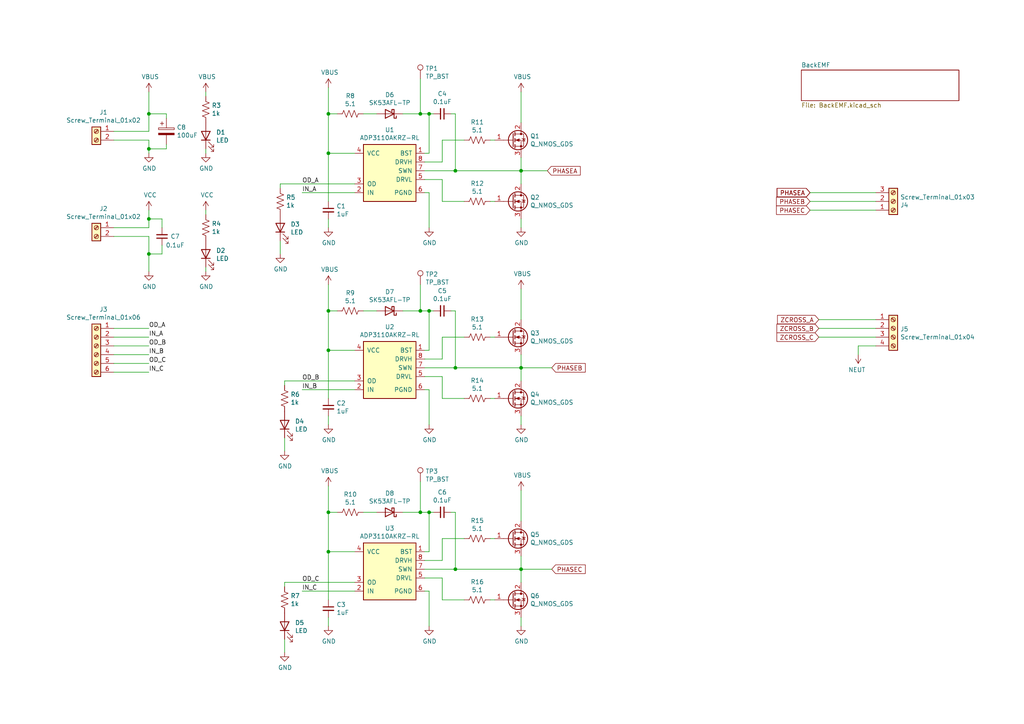
<source format=kicad_sch>
(kicad_sch (version 20211123) (generator eeschema)
  (paper "A4")
  (lib_symbols
    (symbol "Connector:Screw_Terminal_01x02" (pin_names (offset 1.016) hide)
      (property "Reference" "J" (at 0 2.54 0))
      (property "Value" "Screw_Terminal_01x02" (at 0 -5.08 0))
      (symbol "Screw_Terminal_01x02_1_1"
        (rectangle (start -1.27 1.27) (end 1.27 -3.81) (stroke (width 0.254)) (fill (type background)))
        (circle (center 0 -2.54) (radius 0.635) (stroke (width 0.1524)))
        (polyline (pts (xy -0.5334 -2.2098) (xy 0.3302 -3.048)) (stroke (width 0.1524)))
        (polyline (pts (xy -0.5334 0.3302) (xy 0.3302 -0.508)) (stroke (width 0.1524)))
        (polyline (pts (xy -0.3556 -2.032) (xy 0.508 -2.8702)) (stroke (width 0.1524)))
        (polyline (pts (xy -0.3556 0.508) (xy 0.508 -0.3302)) (stroke (width 0.1524)))
        (circle (center 0 0) (radius 0.635) (stroke (width 0.1524)))
        (pin passive line (at -5.08 0 0) (length 3.81) (name "Pin_1") (number "1"))
        (pin passive line (at -5.08 -2.54 0) (length 3.81) (name "Pin_2") (number "2"))
      )
    )
    (symbol "Connector:Screw_Terminal_01x03" (pin_names (offset 1.016) hide)
      (property "Reference" "J" (at 0 5.08 0))
      (property "Value" "Screw_Terminal_01x03" (at 0 -5.08 0))
      (symbol "Screw_Terminal_01x03_1_1"
        (rectangle (start -1.27 3.81) (end 1.27 -3.81) (stroke (width 0.254)) (fill (type background)))
        (circle (center 0 -2.54) (radius 0.635) (stroke (width 0.1524)))
        (polyline (pts (xy -0.5334 -2.2098) (xy 0.3302 -3.048)) (stroke (width 0.1524)))
        (polyline (pts (xy -0.5334 0.3302) (xy 0.3302 -0.508)) (stroke (width 0.1524)))
        (polyline (pts (xy -0.5334 2.8702) (xy 0.3302 2.032)) (stroke (width 0.1524)))
        (polyline (pts (xy -0.3556 -2.032) (xy 0.508 -2.8702)) (stroke (width 0.1524)))
        (polyline (pts (xy -0.3556 0.508) (xy 0.508 -0.3302)) (stroke (width 0.1524)))
        (polyline (pts (xy -0.3556 3.048) (xy 0.508 2.2098)) (stroke (width 0.1524)))
        (circle (center 0 0) (radius 0.635) (stroke (width 0.1524)))
        (circle (center 0 2.54) (radius 0.635) (stroke (width 0.1524)))
        (pin passive line (at -5.08 2.54 0) (length 3.81) (name "Pin_1") (number "1"))
        (pin passive line (at -5.08 0 0) (length 3.81) (name "Pin_2") (number "2"))
        (pin passive line (at -5.08 -2.54 0) (length 3.81) (name "Pin_3") (number "3"))
      )
    )
    (symbol "Connector:Screw_Terminal_01x04" (pin_names (offset 1.016) hide)
      (property "Reference" "J" (at 0 5.08 0))
      (property "Value" "Screw_Terminal_01x04" (at 0 -7.62 0))
      (symbol "Screw_Terminal_01x04_1_1"
        (rectangle (start -1.27 3.81) (end 1.27 -6.35) (stroke (width 0.254)) (fill (type background)))
        (circle (center 0 -5.08) (radius 0.635) (stroke (width 0.1524)))
        (circle (center 0 -2.54) (radius 0.635) (stroke (width 0.1524)))
        (polyline (pts (xy -0.5334 -4.7498) (xy 0.3302 -5.588)) (stroke (width 0.1524)))
        (polyline (pts (xy -0.5334 -2.2098) (xy 0.3302 -3.048)) (stroke (width 0.1524)))
        (polyline (pts (xy -0.5334 0.3302) (xy 0.3302 -0.508)) (stroke (width 0.1524)))
        (polyline (pts (xy -0.5334 2.8702) (xy 0.3302 2.032)) (stroke (width 0.1524)))
        (polyline (pts (xy -0.3556 -4.572) (xy 0.508 -5.4102)) (stroke (width 0.1524)))
        (polyline (pts (xy -0.3556 -2.032) (xy 0.508 -2.8702)) (stroke (width 0.1524)))
        (polyline (pts (xy -0.3556 0.508) (xy 0.508 -0.3302)) (stroke (width 0.1524)))
        (polyline (pts (xy -0.3556 3.048) (xy 0.508 2.2098)) (stroke (width 0.1524)))
        (circle (center 0 0) (radius 0.635) (stroke (width 0.1524)))
        (circle (center 0 2.54) (radius 0.635) (stroke (width 0.1524)))
        (pin passive line (at -5.08 2.54 0) (length 3.81) (name "Pin_1") (number "1"))
        (pin passive line (at -5.08 0 0) (length 3.81) (name "Pin_2") (number "2"))
        (pin passive line (at -5.08 -2.54 0) (length 3.81) (name "Pin_3") (number "3"))
        (pin passive line (at -5.08 -5.08 0) (length 3.81) (name "Pin_4") (number "4"))
      )
    )
    (symbol "Connector:Screw_Terminal_01x06" (pin_names (offset 1.016) hide)
      (property "Reference" "J" (at 0 7.62 0))
      (property "Value" "Screw_Terminal_01x06" (at 0 -10.16 0))
      (symbol "Screw_Terminal_01x06_1_1"
        (rectangle (start -1.27 6.35) (end 1.27 -8.89) (stroke (width 0.254)) (fill (type background)))
        (circle (center 0 -7.62) (radius 0.635) (stroke (width 0.1524)))
        (circle (center 0 -5.08) (radius 0.635) (stroke (width 0.1524)))
        (circle (center 0 -2.54) (radius 0.635) (stroke (width 0.1524)))
        (polyline (pts (xy -0.5334 -7.2898) (xy 0.3302 -8.128)) (stroke (width 0.1524)))
        (polyline (pts (xy -0.5334 -4.7498) (xy 0.3302 -5.588)) (stroke (width 0.1524)))
        (polyline (pts (xy -0.5334 -2.2098) (xy 0.3302 -3.048)) (stroke (width 0.1524)))
        (polyline (pts (xy -0.5334 0.3302) (xy 0.3302 -0.508)) (stroke (width 0.1524)))
        (polyline (pts (xy -0.5334 2.8702) (xy 0.3302 2.032)) (stroke (width 0.1524)))
        (polyline (pts (xy -0.5334 5.4102) (xy 0.3302 4.572)) (stroke (width 0.1524)))
        (polyline (pts (xy -0.3556 -7.112) (xy 0.508 -7.9502)) (stroke (width 0.1524)))
        (polyline (pts (xy -0.3556 -4.572) (xy 0.508 -5.4102)) (stroke (width 0.1524)))
        (polyline (pts (xy -0.3556 -2.032) (xy 0.508 -2.8702)) (stroke (width 0.1524)))
        (polyline (pts (xy -0.3556 0.508) (xy 0.508 -0.3302)) (stroke (width 0.1524)))
        (polyline (pts (xy -0.3556 3.048) (xy 0.508 2.2098)) (stroke (width 0.1524)))
        (polyline (pts (xy -0.3556 5.588) (xy 0.508 4.7498)) (stroke (width 0.1524)))
        (circle (center 0 0) (radius 0.635) (stroke (width 0.1524)))
        (circle (center 0 2.54) (radius 0.635) (stroke (width 0.1524)))
        (circle (center 0 5.08) (radius 0.635) (stroke (width 0.1524)))
        (pin passive line (at -5.08 5.08 0) (length 3.81) (name "Pin_1") (number "1"))
        (pin passive line (at -5.08 2.54 0) (length 3.81) (name "Pin_2") (number "2"))
        (pin passive line (at -5.08 0 0) (length 3.81) (name "Pin_3") (number "3"))
        (pin passive line (at -5.08 -2.54 0) (length 3.81) (name "Pin_4") (number "4"))
        (pin passive line (at -5.08 -5.08 0) (length 3.81) (name "Pin_5") (number "5"))
        (pin passive line (at -5.08 -7.62 0) (length 3.81) (name "Pin_6") (number "6"))
      )
    )
    (symbol "Connector:TestPoint" (pin_numbers hide) (pin_names (offset 0.762) hide)
      (property "Reference" "TP" (at 0 6.858 0))
      (property "Value" "TestPoint" (at 0 5.08 0))
      (symbol "TestPoint_0_1"
        (circle (center 0 3.302) (radius 0.762))
      )
      (symbol "TestPoint_1_1"
        (pin passive line (at 0 0 90) (length 2.54) (name "1") (number "1"))
      )
    )
    (symbol "Device:CP" (pin_numbers hide) (pin_names (offset 0.254))
      (property "Reference" "C" (at 0.635 2.54 0))
      (property "Value" "Device_CP" (at 0.635 -2.54 0))
      (symbol "CP_0_1"
        (rectangle (start -2.286 0.508) (end 2.286 1.016))
        (polyline (pts (xy -1.778 2.286) (xy -0.762 2.286)))
        (polyline (pts (xy -1.27 2.794) (xy -1.27 1.778)))
        (rectangle (start 2.286 -0.508) (end -2.286 -1.016) (fill (type outline)))
      )
      (symbol "CP_1_1"
        (pin passive line (at 0 3.81 270) (length 2.794) (name "~") (number "1"))
        (pin passive line (at 0 -3.81 90) (length 2.794) (name "~") (number "2"))
      )
    )
    (symbol "Device:C_Small" (pin_numbers hide) (pin_names (offset 0.254) hide)
      (property "Reference" "C" (at 0.254 1.778 0))
      (property "Value" "C_Small" (at 0.254 -2.032 0))
      (symbol "C_Small_0_1"
        (polyline (pts (xy -1.524 -0.508) (xy 1.524 -0.508)) (stroke (width 0.3302)))
        (polyline (pts (xy -1.524 0.508) (xy 1.524 0.508)) (stroke (width 0.3048)))
      )
      (symbol "C_Small_1_1"
        (pin passive line (at 0 2.54 270) (length 2.032) (name "~") (number "1"))
        (pin passive line (at 0 -2.54 90) (length 2.032) (name "~") (number "2"))
      )
    )
    (symbol "Device:D_Schottky" (pin_numbers hide) (pin_names (offset 1.016) hide)
      (property "Reference" "D" (at 0 2.54 0))
      (property "Value" "D_Schottky" (at 0 -2.54 0))
      (symbol "D_Schottky_0_1"
        (polyline (pts (xy 1.27 0) (xy -1.27 0)))
        (polyline (pts (xy 1.27 1.27) (xy 1.27 -1.27) (xy -1.27 0) (xy 1.27 1.27)) (stroke (width 0.254)))
        (polyline (pts (xy -1.905 0.635) (xy -1.905 1.27) (xy -1.27 1.27) (xy -1.27 -1.27) (xy -0.635 -1.27) (xy -0.635 -0.635)) (stroke (width 0.254)))
      )
      (symbol "D_Schottky_1_1"
        (pin passive line (at -3.81 0 0) (length 2.54) (name "K") (number "1"))
        (pin passive line (at 3.81 0 180) (length 2.54) (name "A") (number "2"))
      )
    )
    (symbol "Device:LED" (pin_numbers hide) (pin_names (offset 1.016) hide)
      (property "Reference" "D" (at 0 2.54 0))
      (property "Value" "LED" (at 0 -2.54 0))
      (symbol "LED_0_1"
        (polyline (pts (xy -1.27 -1.27) (xy -1.27 1.27)) (stroke (width 0.254)))
        (polyline (pts (xy -1.27 0) (xy 1.27 0)))
        (polyline (pts (xy 1.27 -1.27) (xy 1.27 1.27) (xy -1.27 0) (xy 1.27 -1.27)) (stroke (width 0.254)))
        (polyline (pts (xy -3.048 -0.762) (xy -4.572 -2.286) (xy -3.81 -2.286) (xy -4.572 -2.286) (xy -4.572 -1.524)))
        (polyline (pts (xy -1.778 -0.762) (xy -3.302 -2.286) (xy -2.54 -2.286) (xy -3.302 -2.286) (xy -3.302 -1.524)))
      )
      (symbol "LED_1_1"
        (pin passive line (at -3.81 0 0) (length 2.54) (name "K") (number "1"))
        (pin passive line (at 3.81 0 180) (length 2.54) (name "A") (number "2"))
      )
    )
    (symbol "Device:Q_NMOS_GDS" (pin_names (offset 0) hide)
      (property "Reference" "Q" (at 5.08 1.27 0))
      (property "Value" "Q_NMOS_GDS" (at 5.08 -1.27 0))
      (symbol "Q_NMOS_GDS_0_1"
        (polyline (pts (xy 0.254 0) (xy -2.54 0)))
        (polyline (pts (xy 0.254 1.905) (xy 0.254 -1.905)) (stroke (width 0.254)))
        (polyline (pts (xy 0.762 -1.27) (xy 0.762 -2.286)) (stroke (width 0.254)))
        (polyline (pts (xy 0.762 0.508) (xy 0.762 -0.508)) (stroke (width 0.254)))
        (polyline (pts (xy 0.762 2.286) (xy 0.762 1.27)) (stroke (width 0.254)))
        (polyline (pts (xy 2.54 2.54) (xy 2.54 1.778)))
        (polyline (pts (xy 2.54 -2.54) (xy 2.54 0) (xy 0.762 0)))
        (polyline (pts (xy 0.762 -1.778) (xy 3.302 -1.778) (xy 3.302 1.778) (xy 0.762 1.778)))
        (polyline (pts (xy 1.016 0) (xy 2.032 0.381) (xy 2.032 -0.381) (xy 1.016 0)) (fill (type outline)))
        (polyline (pts (xy 2.794 0.508) (xy 2.921 0.381) (xy 3.683 0.381) (xy 3.81 0.254)))
        (polyline (pts (xy 3.302 0.381) (xy 2.921 -0.254) (xy 3.683 -0.254) (xy 3.302 0.381)))
        (circle (center 1.651 0) (radius 2.794) (stroke (width 0.254)))
        (circle (center 2.54 -1.778) (radius 0.254) (fill (type outline)))
        (circle (center 2.54 1.778) (radius 0.254) (fill (type outline)))
      )
      (symbol "Q_NMOS_GDS_1_1"
        (pin input line (at -5.08 0 0) (length 2.54) (name "G") (number "1"))
        (pin passive line (at 2.54 5.08 270) (length 2.54) (name "D") (number "2"))
        (pin passive line (at 2.54 -5.08 90) (length 2.54) (name "S") (number "3"))
      )
    )
    (symbol "Device:R_US" (pin_numbers hide) (pin_names (offset 0))
      (property "Reference" "R" (at 2.54 0 90))
      (property "Value" "R_US" (at -2.54 0 90))
      (symbol "R_US_0_1"
        (polyline (pts (xy 0 -2.286) (xy 0 -2.54)))
        (polyline (pts (xy 0 2.286) (xy 0 2.54)))
        (polyline (pts (xy 0 -0.762) (xy 1.016 -1.143) (xy 0 -1.524) (xy -1.016 -1.905) (xy 0 -2.286)))
        (polyline (pts (xy 0 0.762) (xy 1.016 0.381) (xy 0 0) (xy -1.016 -0.381) (xy 0 -0.762)))
        (polyline (pts (xy 0 2.286) (xy 1.016 1.905) (xy 0 1.524) (xy -1.016 1.143) (xy 0 0.762)))
      )
      (symbol "R_US_1_1"
        (pin passive line (at 0 3.81 270) (length 1.27) (name "~") (number "1"))
        (pin passive line (at 0 -3.81 90) (length 1.27) (name "~") (number "2"))
      )
    )
    (symbol "Kale_Custom:ADP3110AKRZ-RL" (pin_names (offset 1.016))
      (property "Reference" "U" (at -6.35 7.62 0))
      (property "Value" "Kale_Custom_ADP3110AKRZ-RL" (at 1.27 -11.43 0))
      (symbol "ADP3110AKRZ-RL_1_1"
        (rectangle (start -7.62 6.35) (end 7.62 -10.16) (stroke (width 0.254)) (fill (type background)))
        (pin unspecified line (at 10.16 3.81 180) (length 2.54) (name "BST") (number "1"))
        (pin input line (at -10.16 -7.62 0) (length 2.54) (name "IN") (number "2"))
        (pin input line (at -10.16 -5.08 0) (length 2.54) (name "OD") (number "3"))
        (pin power_in line (at -10.16 3.81 0) (length 2.54) (name "VCC") (number "4"))
        (pin output line (at 10.16 -3.81 180) (length 2.54) (name "DRVL") (number "5"))
        (pin power_out line (at 10.16 -7.62 180) (length 2.54) (name "PGND") (number "6"))
        (pin unspecified line (at 10.16 -1.27 180) (length 2.54) (name "SWN") (number "7"))
        (pin output line (at 10.16 1.27 180) (length 2.54) (name "DRVH") (number "8"))
      )
    )
    (symbol "power:GND" (power) (pin_names (offset 0))
      (property "Value" "GND" (at 0 -3.81 0))
      (symbol "GND_0_1"
        (polyline (pts (xy 0 0) (xy 0 -1.27) (xy 1.27 -1.27) (xy 0 -2.54) (xy -1.27 -1.27) (xy 0 -1.27)))
      )
      (symbol "GND_1_1"
        (pin power_in line (at 0 0 270) (length 0) hide (name "GND") (number "1"))
      )
    )
    (symbol "power:NEUT" (power) (pin_names (offset 0))
      (property "Value" "NEUT" (at 0 3.81 0))
      (symbol "NEUT_0_1"
        (polyline (pts (xy -0.762 1.27) (xy 0 2.54)))
        (polyline (pts (xy 0 0) (xy 0 2.54)))
        (polyline (pts (xy 0 2.54) (xy 0.762 1.27)))
      )
      (symbol "NEUT_1_1"
        (pin power_in line (at 0 0 90) (length 0) hide (name "NEUT") (number "1"))
      )
    )
    (symbol "power:VBUS" (power) (pin_names (offset 0))
      (property "Value" "VBUS" (at 0 3.81 0))
      (symbol "VBUS_0_1"
        (polyline (pts (xy -0.762 1.27) (xy 0 2.54)))
        (polyline (pts (xy 0 0) (xy 0 2.54)))
        (polyline (pts (xy 0 2.54) (xy 0.762 1.27)))
      )
      (symbol "VBUS_1_1"
        (pin power_in line (at 0 0 90) (length 0) hide (name "VBUS") (number "1"))
      )
    )
    (symbol "power:VCC" (power) (pin_names (offset 0))
      (property "Value" "VCC" (at 0 3.81 0))
      (symbol "VCC_0_1"
        (polyline (pts (xy -0.762 1.27) (xy 0 2.54)))
        (polyline (pts (xy 0 0) (xy 0 2.54)))
        (polyline (pts (xy 0 2.54) (xy 0.762 1.27)))
      )
      (symbol "VCC_1_1"
        (pin power_in line (at 0 0 90) (length 0) hide (name "VCC") (number "1"))
      )
    )
  )
  (junction (at 132.08 106.68))
  (junction (at 151.13 165.1))
  (junction (at 151.13 106.68))
  (junction (at 132.08 165.1))
  (junction (at 43.18 33.02))
  (junction (at 124.46 90.17))
  (junction (at 95.25 90.17))
  (junction (at 95.25 148.59))
  (junction (at 132.08 49.53))
  (junction (at 124.46 33.02))
  (junction (at 151.13 49.53))
  (junction (at 121.92 148.59))
  (junction (at 124.46 148.59))
  (junction (at 43.18 43.18))
  (junction (at 95.25 160.02))
  (junction (at 95.25 101.6))
  (junction (at 43.18 73.66))
  (junction (at 121.92 33.02))
  (junction (at 95.25 44.45))
  (junction (at 121.92 90.17))
  (junction (at 43.18 63.5))
  (junction (at 95.25 33.02))
  (wire (pts (xy 95.25 66.04) (xy 95.25 63.5)))
  (wire (pts (xy 124.46 90.17) (xy 125.73 90.17)))
  (wire (pts (xy 43.18 100.33) (xy 33.02 100.33)))
  (wire (pts (xy 95.25 44.45) (xy 102.87 44.45)))
  (wire (pts (xy 105.41 33.02) (xy 109.22 33.02)))
  (wire (pts (xy 95.25 181.61) (xy 95.25 179.07)))
  (wire (pts (xy 95.25 25.4) (xy 95.25 33.02)))
  (wire (pts (xy 121.92 90.17) (xy 124.46 90.17)))
  (wire (pts (xy 97.79 33.02) (xy 95.25 33.02)))
  (wire (pts (xy 128.27 104.14) (xy 128.27 97.79)))
  (wire (pts (xy 151.13 83.82) (xy 151.13 92.71)))
  (wire (pts (xy 132.08 33.02) (xy 132.08 49.53)))
  (wire (pts (xy 43.18 33.02) (xy 48.26 33.02)))
  (wire (pts (xy 116.84 33.02) (xy 121.92 33.02)))
  (wire (pts (xy 116.84 90.17) (xy 121.92 90.17)))
  (wire (pts (xy 151.13 181.61) (xy 151.13 179.07)))
  (wire (pts (xy 128.27 162.56) (xy 128.27 156.21)))
  (wire (pts (xy 128.27 97.79) (xy 134.62 97.79)))
  (wire (pts (xy 95.25 82.55) (xy 95.25 90.17)))
  (wire (pts (xy 48.26 43.18) (xy 48.26 41.91)))
  (wire (pts (xy 102.87 55.88) (xy 87.63 55.88)))
  (wire (pts (xy 237.49 92.71) (xy 254 92.71)))
  (wire (pts (xy 151.13 106.68) (xy 151.13 110.49)))
  (wire (pts (xy 124.46 55.88) (xy 123.19 55.88)))
  (wire (pts (xy 124.46 171.45) (xy 123.19 171.45)))
  (wire (pts (xy 43.18 66.04) (xy 33.02 66.04)))
  (wire (pts (xy 43.18 60.96) (xy 43.18 63.5)))
  (wire (pts (xy 123.19 46.99) (xy 128.27 46.99)))
  (wire (pts (xy 142.24 97.79) (xy 143.51 97.79)))
  (wire (pts (xy 43.18 68.58) (xy 33.02 68.58)))
  (wire (pts (xy 43.18 40.64) (xy 33.02 40.64)))
  (wire (pts (xy 43.18 33.02) (xy 43.18 26.67)))
  (wire (pts (xy 128.27 156.21) (xy 134.62 156.21)))
  (wire (pts (xy 151.13 26.67) (xy 151.13 35.56)))
  (wire (pts (xy 132.08 90.17) (xy 132.08 106.68)))
  (wire (pts (xy 59.69 27.94) (xy 59.69 26.67)))
  (wire (pts (xy 121.92 22.86) (xy 121.92 33.02)))
  (wire (pts (xy 237.49 97.79) (xy 254 97.79)))
  (wire (pts (xy 158.75 49.53) (xy 151.13 49.53)))
  (wire (pts (xy 59.69 78.74) (xy 59.69 77.47)))
  (wire (pts (xy 130.81 148.59) (xy 132.08 148.59)))
  (wire (pts (xy 97.79 90.17) (xy 95.25 90.17)))
  (wire (pts (xy 82.55 168.91) (xy 102.87 168.91)))
  (wire (pts (xy 234.95 60.96) (xy 254 60.96)))
  (wire (pts (xy 123.19 104.14) (xy 128.27 104.14)))
  (wire (pts (xy 132.08 148.59) (xy 132.08 165.1)))
  (wire (pts (xy 128.27 46.99) (xy 128.27 40.64)))
  (wire (pts (xy 151.13 142.24) (xy 151.13 151.13)))
  (wire (pts (xy 128.27 40.64) (xy 134.62 40.64)))
  (wire (pts (xy 82.55 170.18) (xy 82.55 168.91)))
  (wire (pts (xy 124.46 148.59) (xy 124.46 160.02)))
  (wire (pts (xy 123.19 165.1) (xy 132.08 165.1)))
  (wire (pts (xy 128.27 115.57) (xy 134.62 115.57)))
  (wire (pts (xy 105.41 90.17) (xy 109.22 90.17)))
  (wire (pts (xy 82.55 110.49) (xy 102.87 110.49)))
  (wire (pts (xy 116.84 148.59) (xy 121.92 148.59)))
  (wire (pts (xy 128.27 167.64) (xy 128.27 173.99)))
  (wire (pts (xy 43.18 44.45) (xy 43.18 43.18)))
  (wire (pts (xy 102.87 113.03) (xy 87.63 113.03)))
  (wire (pts (xy 132.08 165.1) (xy 151.13 165.1)))
  (wire (pts (xy 121.92 148.59) (xy 124.46 148.59)))
  (wire (pts (xy 43.18 107.95) (xy 33.02 107.95)))
  (wire (pts (xy 43.18 43.18) (xy 48.26 43.18)))
  (wire (pts (xy 81.28 73.66) (xy 81.28 69.85)))
  (wire (pts (xy 33.02 38.1) (xy 43.18 38.1)))
  (wire (pts (xy 97.79 148.59) (xy 95.25 148.59)))
  (wire (pts (xy 43.18 95.25) (xy 33.02 95.25)))
  (wire (pts (xy 123.19 167.64) (xy 128.27 167.64)))
  (wire (pts (xy 248.92 102.87) (xy 248.92 100.33)))
  (wire (pts (xy 151.13 66.04) (xy 151.13 63.5)))
  (wire (pts (xy 123.19 109.22) (xy 128.27 109.22)))
  (wire (pts (xy 95.25 160.02) (xy 102.87 160.02)))
  (wire (pts (xy 124.46 160.02) (xy 123.19 160.02)))
  (wire (pts (xy 33.02 102.87) (xy 43.18 102.87)))
  (wire (pts (xy 43.18 73.66) (xy 46.99 73.66)))
  (wire (pts (xy 124.46 101.6) (xy 123.19 101.6)))
  (wire (pts (xy 95.25 58.42) (xy 95.25 44.45)))
  (wire (pts (xy 82.55 111.76) (xy 82.55 110.49)))
  (wire (pts (xy 142.24 58.42) (xy 143.51 58.42)))
  (wire (pts (xy 124.46 33.02) (xy 125.73 33.02)))
  (wire (pts (xy 43.18 43.18) (xy 43.18 40.64)))
  (wire (pts (xy 81.28 53.34) (xy 102.87 53.34)))
  (wire (pts (xy 123.19 49.53) (xy 132.08 49.53)))
  (wire (pts (xy 160.02 165.1) (xy 151.13 165.1)))
  (wire (pts (xy 102.87 171.45) (xy 87.63 171.45)))
  (wire (pts (xy 128.27 58.42) (xy 134.62 58.42)))
  (wire (pts (xy 151.13 49.53) (xy 151.13 53.34)))
  (wire (pts (xy 46.99 73.66) (xy 46.99 71.12)))
  (wire (pts (xy 123.19 106.68) (xy 132.08 106.68)))
  (wire (pts (xy 43.18 73.66) (xy 43.18 68.58)))
  (wire (pts (xy 43.18 63.5) (xy 43.18 66.04)))
  (wire (pts (xy 43.18 105.41) (xy 33.02 105.41)))
  (wire (pts (xy 160.02 106.68) (xy 151.13 106.68)))
  (wire (pts (xy 43.18 78.74) (xy 43.18 73.66)))
  (wire (pts (xy 132.08 106.68) (xy 151.13 106.68)))
  (wire (pts (xy 151.13 123.19) (xy 151.13 120.65)))
  (wire (pts (xy 123.19 52.07) (xy 128.27 52.07)))
  (wire (pts (xy 95.25 115.57) (xy 95.25 101.6)))
  (wire (pts (xy 95.25 123.19) (xy 95.25 120.65)))
  (wire (pts (xy 130.81 90.17) (xy 132.08 90.17)))
  (wire (pts (xy 124.46 33.02) (xy 124.46 44.45)))
  (wire (pts (xy 124.46 90.17) (xy 124.46 101.6)))
  (wire (pts (xy 46.99 66.04) (xy 46.99 63.5)))
  (wire (pts (xy 142.24 173.99) (xy 143.51 173.99)))
  (wire (pts (xy 128.27 173.99) (xy 134.62 173.99)))
  (wire (pts (xy 59.69 62.23) (xy 59.69 60.96)))
  (wire (pts (xy 234.95 58.42) (xy 254 58.42)))
  (wire (pts (xy 33.02 97.79) (xy 43.18 97.79)))
  (wire (pts (xy 124.46 113.03) (xy 123.19 113.03)))
  (wire (pts (xy 59.69 44.45) (xy 59.69 43.18)))
  (wire (pts (xy 132.08 49.53) (xy 151.13 49.53)))
  (wire (pts (xy 142.24 40.64) (xy 143.51 40.64)))
  (wire (pts (xy 128.27 109.22) (xy 128.27 115.57)))
  (wire (pts (xy 142.24 115.57) (xy 143.51 115.57)))
  (wire (pts (xy 46.99 63.5) (xy 43.18 63.5)))
  (wire (pts (xy 123.19 162.56) (xy 128.27 162.56)))
  (wire (pts (xy 124.46 181.61) (xy 124.46 171.45)))
  (wire (pts (xy 105.41 148.59) (xy 109.22 148.59)))
  (wire (pts (xy 128.27 52.07) (xy 128.27 58.42)))
  (wire (pts (xy 95.25 173.99) (xy 95.25 160.02)))
  (wire (pts (xy 95.25 148.59) (xy 95.25 160.02)))
  (wire (pts (xy 124.46 44.45) (xy 123.19 44.45)))
  (wire (pts (xy 142.24 156.21) (xy 143.51 156.21)))
  (wire (pts (xy 95.25 140.97) (xy 95.25 148.59)))
  (wire (pts (xy 151.13 45.72) (xy 151.13 49.53)))
  (wire (pts (xy 124.46 66.04) (xy 124.46 55.88)))
  (wire (pts (xy 82.55 189.23) (xy 82.55 185.42)))
  (wire (pts (xy 95.25 90.17) (xy 95.25 101.6)))
  (wire (pts (xy 95.25 33.02) (xy 95.25 44.45)))
  (wire (pts (xy 95.25 101.6) (xy 102.87 101.6)))
  (wire (pts (xy 121.92 82.55) (xy 121.92 90.17)))
  (wire (pts (xy 151.13 165.1) (xy 151.13 168.91)))
  (wire (pts (xy 151.13 161.29) (xy 151.13 165.1)))
  (wire (pts (xy 234.95 55.88) (xy 254 55.88)))
  (wire (pts (xy 130.81 33.02) (xy 132.08 33.02)))
  (wire (pts (xy 237.49 95.25) (xy 254 95.25)))
  (wire (pts (xy 151.13 102.87) (xy 151.13 106.68)))
  (wire (pts (xy 43.18 38.1) (xy 43.18 33.02)))
  (wire (pts (xy 48.26 33.02) (xy 48.26 34.29)))
  (wire (pts (xy 82.55 130.81) (xy 82.55 127)))
  (wire (pts (xy 248.92 100.33) (xy 254 100.33)))
  (wire (pts (xy 81.28 54.61) (xy 81.28 53.34)))
  (wire (pts (xy 121.92 139.7) (xy 121.92 148.59)))
  (wire (pts (xy 124.46 148.59) (xy 125.73 148.59)))
  (wire (pts (xy 124.46 123.19) (xy 124.46 113.03)))
  (wire (pts (xy 121.92 33.02) (xy 124.46 33.02)))
  (label "OD_B" (at 43.18 100.33 0))
  (label "OD_A" (at 87.63 53.34 0))
  (label "IN_A" (at 87.63 55.88 0))
  (label "IN_C" (at 43.18 107.95 0))
  (label "OD_B" (at 87.63 110.49 0))
  (label "IN_B" (at 43.18 102.87 0))
  (label "OD_C" (at 87.63 168.91 0))
  (label "IN_A" (at 43.18 97.79 0))
  (label "IN_B" (at 87.63 113.03 0))
  (label "OD_A" (at 43.18 95.25 0))
  (label "IN_C" (at 87.63 171.45 0))
  (label "OD_C" (at 43.18 105.41 0))
  (global_label "PHASEB" (shape input) (at 234.95 58.42 180) (property "Intersheet References" "${INTERSHEET_REFS}" (effects hide)))
  (global_label "PHASEC" (shape input) (at 234.95 60.96 180) (property "Intersheet References" "${INTERSHEET_REFS}" (effects hide)))
  (global_label "PHASEA" (shape input) (at 158.75 49.53 0) (property "Intersheet References" "${INTERSHEET_REFS}" (effects hide)))
  (global_label "PHASEB" (shape input) (at 160.02 106.68 0) (property "Intersheet References" "${INTERSHEET_REFS}" (effects hide)))
  (global_label "ZCROSS_A" (shape input) (at 237.49 92.71 180) (property "Intersheet References" "${INTERSHEET_REFS}" (effects hide)))
  (global_label "ZCROSS_B" (shape input) (at 237.49 95.25 180) (property "Intersheet References" "${INTERSHEET_REFS}" (effects hide)))
  (global_label "PHASEA" (shape input) (at 234.95 55.88 180) (property "Intersheet References" "${INTERSHEET_REFS}" (effects hide)))
  (global_label "PHASEA" (shape input) (at 234.95 55.88 180) (property "Intersheet References" "${INTERSHEET_REFS}" (effects hide)))
  (global_label "ZCROSS_C" (shape input) (at 237.49 97.79 180) (property "Intersheet References" "${INTERSHEET_REFS}" (effects hide)))
  (global_label "PHASEC" (shape input) (at 160.02 165.1 0) (property "Intersheet References" "${INTERSHEET_REFS}" (effects hide)))
  (symbol (lib_id "Connector:Screw_Terminal_01x03") (at 259.08 58.42 0) (mirror x) (unit 1)
    (property "Reference" "J4" (at 261.112 59.4868 0) (effects (justify left)))
    (property "Value" "Screw_Terminal_01x03" (at 261.112 57.1754 0) (effects (justify left)))
    (property "Footprint" "TerminalBlock_Phoenix:TerminalBlock_Phoenix_MKDS-1,5-3_1x03_P5.00mm_Horizontal" (effects hide))
    (property "Digikey Number" "277-1578-ND" (effects hide))
  )
  (symbol (lib_id "Kale_Custom:ADP3110AKRZ-RL") (at 113.03 48.26 0) (unit 1)
    (property "Reference" "U1" (at 113.03 37.6682 0))
    (property "Value" "ADP3110AKRZ-RL" (at 113.03 39.9796 0))
    (property "Footprint" "Package_SO:SOIC-8_3.9x4.9mm_P1.27mm" (effects hide))
    (property "Digikey Number" "ADP3110AKRZ-RLOSCT-ND" (effects hide))
  )
  (symbol (lib_id "power:GND") (at 124.46 66.04 0) (unit 1)
    (property "Reference" "#PWR018" (effects hide))
    (property "Value" "GND" (at 124.587 70.4342 0))
  )
  (symbol (lib_id "power:GND") (at 151.13 66.04 0) (unit 1)
    (property "Reference" "#PWR022" (effects hide))
    (property "Value" "GND" (at 151.257 70.4342 0))
  )
  (symbol (lib_id "Device:C_Small") (at 95.25 60.96 0) (unit 1)
    (property "Reference" "C1" (at 97.5868 59.7916 0) (effects (justify left)))
    (property "Value" "1uF" (at 97.5868 62.103 0) (effects (justify left)))
    (property "Footprint" "Capacitor_SMD:C_0603_1608Metric_Pad1.08x0.95mm_HandSolder" (effects hide))
    (property "Digikey Number" "445-12561-1-ND" (effects hide))
  )
  (symbol (lib_id "power:GND") (at 95.25 66.04 0) (unit 1)
    (property "Reference" "#PWR013" (effects hide))
    (property "Value" "GND" (at 95.377 70.4342 0))
  )
  (symbol (lib_id "Device:C_Small") (at 128.27 33.02 270) (unit 1)
    (property "Reference" "C4" (at 128.27 27.2034 90))
    (property "Value" "0.1uF" (at 128.27 29.5148 90))
    (property "Footprint" "Capacitor_SMD:C_0603_1608Metric_Pad1.08x0.95mm_HandSolder" (effects hide))
    (property "Digikey Number" "478-12459-1-ND" (effects hide))
  )
  (symbol (lib_id "Device:D_Schottky") (at 113.03 33.02 180) (unit 1)
    (property "Reference" "D6" (at 113.03 27.5082 0))
    (property "Value" "SK53AFL-TP" (at 113.03 29.8196 0))
    (property "Footprint" "KaleCustom:SK53AFL" (effects hide))
    (property "Digikey Number" "SK53AFL-TPMSCT-ND" (effects hide))
  )
  (symbol (lib_id "power:VBUS") (at 95.25 25.4 0) (unit 1)
    (property "Reference" "#PWR012" (effects hide))
    (property "Value" "VBUS" (at 95.631 21.0058 0))
  )
  (symbol (lib_id "power:VBUS") (at 151.13 26.67 0) (unit 1)
    (property "Reference" "#PWR021" (effects hide))
    (property "Value" "VBUS" (at 151.511 22.2758 0))
  )
  (symbol (lib_id "Device:R_US") (at 101.6 33.02 270) (unit 1)
    (property "Reference" "R8" (at 101.6 27.813 90))
    (property "Value" "5.1" (at 101.6 30.1244 90))
    (property "Footprint" "Resistor_SMD:R_0805_2012Metric_Pad1.20x1.40mm_HandSolder" (effects hide))
    (property "Digikey Number" "RMCF0805FT5R10CT-ND" (effects hide))
  )
  (symbol (lib_id "Device:R_US") (at 138.43 40.64 270) (unit 1)
    (property "Reference" "R11" (at 138.43 35.433 90))
    (property "Value" "5.1" (at 138.43 37.7444 90))
    (property "Footprint" "Resistor_SMD:R_0805_2012Metric_Pad1.20x1.40mm_HandSolder" (effects hide))
    (property "Digikey Number" "RMCF0805FT5R10CT-ND" (effects hide))
  )
  (symbol (lib_id "Connector:Screw_Terminal_01x04") (at 259.08 95.25 0) (unit 1)
    (property "Reference" "J5" (at 261.112 95.4532 0) (effects (justify left)))
    (property "Value" "Screw_Terminal_01x04" (at 261.112 97.7646 0) (effects (justify left)))
    (property "Footprint" "Connector_PinHeader_2.54mm:PinHeader_1x04_P2.54mm_Vertical" (effects hide))
  )
  (symbol (lib_id "Device:R_US") (at 138.43 58.42 270) (unit 1)
    (property "Reference" "R12" (at 138.43 53.213 90))
    (property "Value" "5.1" (at 138.43 55.5244 90))
    (property "Footprint" "Resistor_SMD:R_0805_2012Metric_Pad1.20x1.40mm_HandSolder" (effects hide))
    (property "Digikey Number" "RMCF0805FT5R10CT-ND" (effects hide))
  )
  (symbol (lib_id "power:VCC") (at 59.69 60.96 0) (unit 1)
    (property "Reference" "#PWR0101" (effects hide))
    (property "Value" "VCC" (at 60.071 56.5658 0))
  )
  (symbol (lib_id "power:NEUT") (at 248.92 102.87 180) (unit 1)
    (property "Reference" "#PWR0102" (effects hide))
    (property "Value" "NEUT" (at 248.539 107.2642 0))
  )
  (symbol (lib_id "Device:R_US") (at 138.43 115.57 270) (unit 1)
    (property "Reference" "R14" (at 138.43 110.363 90))
    (property "Value" "5.1" (at 138.43 112.6744 90))
    (property "Footprint" "Resistor_SMD:R_0805_2012Metric_Pad1.20x1.40mm_HandSolder" (effects hide))
    (property "Digikey Number" "RMCF0805FT5R10CT-ND" (effects hide))
  )
  (symbol (lib_id "Device:R_US") (at 138.43 97.79 270) (unit 1)
    (property "Reference" "R13" (at 138.43 92.583 90))
    (property "Value" "5.1" (at 138.43 94.8944 90))
    (property "Footprint" "Resistor_SMD:R_0805_2012Metric_Pad1.20x1.40mm_HandSolder" (effects hide))
    (property "Digikey Number" "RMCF0805FT5R10CT-ND" (effects hide))
  )
  (symbol (lib_id "Device:R_US") (at 101.6 90.17 270) (unit 1)
    (property "Reference" "R9" (at 101.6 84.963 90))
    (property "Value" "5.1" (at 101.6 87.2744 90))
    (property "Footprint" "Resistor_SMD:R_0805_2012Metric_Pad1.20x1.40mm_HandSolder" (effects hide))
    (property "Digikey Number" "RMCF0805FT5R10CT-ND" (effects hide))
  )
  (symbol (lib_id "power:VBUS") (at 151.13 83.82 0) (unit 1)
    (property "Reference" "#PWR023" (effects hide))
    (property "Value" "VBUS" (at 151.511 79.4258 0))
  )
  (symbol (lib_id "power:VBUS") (at 95.25 82.55 0) (unit 1)
    (property "Reference" "#PWR014" (effects hide))
    (property "Value" "VBUS" (at 95.631 78.1558 0))
  )
  (symbol (lib_id "Device:D_Schottky") (at 113.03 90.17 180) (unit 1)
    (property "Reference" "D7" (at 113.03 84.6582 0))
    (property "Value" "SK53AFL-TP" (at 113.03 86.9696 0))
    (property "Footprint" "KaleCustom:SK53AFL" (effects hide))
    (property "Digikey Number" "SK53AFL-TPMSCT-ND" (effects hide))
  )
  (symbol (lib_id "Device:C_Small") (at 128.27 90.17 270) (unit 1)
    (property "Reference" "C5" (at 128.27 84.3534 90))
    (property "Value" "0.1uF" (at 128.27 86.6648 90))
    (property "Footprint" "Capacitor_SMD:C_0603_1608Metric_Pad1.08x0.95mm_HandSolder" (effects hide))
    (property "Digikey Number" "478-12459-1-ND" (effects hide))
  )
  (symbol (lib_id "power:GND") (at 95.25 123.19 0) (unit 1)
    (property "Reference" "#PWR015" (effects hide))
    (property "Value" "GND" (at 95.377 127.5842 0))
  )
  (symbol (lib_id "Device:C_Small") (at 95.25 118.11 0) (unit 1)
    (property "Reference" "C2" (at 97.5868 116.9416 0) (effects (justify left)))
    (property "Value" "1uF" (at 97.5868 119.253 0) (effects (justify left)))
    (property "Footprint" "Capacitor_SMD:C_0603_1608Metric_Pad1.08x0.95mm_HandSolder" (effects hide))
    (property "Digikey Number" "445-12561-1-ND" (effects hide))
  )
  (symbol (lib_id "power:GND") (at 151.13 123.19 0) (unit 1)
    (property "Reference" "#PWR024" (effects hide))
    (property "Value" "GND" (at 151.257 127.5842 0))
  )
  (symbol (lib_id "power:GND") (at 124.46 123.19 0) (unit 1)
    (property "Reference" "#PWR019" (effects hide))
    (property "Value" "GND" (at 124.587 127.5842 0))
  )
  (symbol (lib_id "Kale_Custom:ADP3110AKRZ-RL") (at 113.03 105.41 0) (unit 1)
    (property "Reference" "U2" (at 113.03 94.8182 0))
    (property "Value" "ADP3110AKRZ-RL" (at 113.03 97.1296 0))
    (property "Footprint" "Package_SO:SOIC-8_3.9x4.9mm_P1.27mm" (effects hide))
    (property "Digikey Number" "ADP3110AKRZ-RLOSCT-ND" (effects hide))
  )
  (symbol (lib_id "Device:R_US") (at 138.43 173.99 270) (unit 1)
    (property "Reference" "R16" (at 138.43 168.783 90))
    (property "Value" "5.1" (at 138.43 171.0944 90))
    (property "Footprint" "Resistor_SMD:R_0805_2012Metric_Pad1.20x1.40mm_HandSolder" (effects hide))
    (property "Digikey Number" "RMCF0805FT5R10CT-ND" (effects hide))
  )
  (symbol (lib_id "Device:R_US") (at 138.43 156.21 270) (unit 1)
    (property "Reference" "R15" (at 138.43 151.003 90))
    (property "Value" "5.1" (at 138.43 153.3144 90))
    (property "Footprint" "Resistor_SMD:R_0805_2012Metric_Pad1.20x1.40mm_HandSolder" (effects hide))
    (property "Digikey Number" "RMCF0805FT5R10CT-ND" (effects hide))
  )
  (symbol (lib_id "Device:R_US") (at 101.6 148.59 270) (unit 1)
    (property "Reference" "R10" (at 101.6 143.383 90))
    (property "Value" "5.1" (at 101.6 145.6944 90))
    (property "Footprint" "Resistor_SMD:R_0805_2012Metric_Pad1.20x1.40mm_HandSolder" (effects hide))
    (property "Digikey Number" "RMCF0805FT5R10CT-ND" (effects hide))
  )
  (symbol (lib_id "power:VBUS") (at 151.13 142.24 0) (unit 1)
    (property "Reference" "#PWR025" (effects hide))
    (property "Value" "VBUS" (at 151.511 137.8458 0))
  )
  (symbol (lib_id "power:VBUS") (at 95.25 140.97 0) (unit 1)
    (property "Reference" "#PWR016" (effects hide))
    (property "Value" "VBUS" (at 95.631 136.5758 0))
  )
  (symbol (lib_id "Device:D_Schottky") (at 113.03 148.59 180) (unit 1)
    (property "Reference" "D8" (at 113.03 143.0782 0))
    (property "Value" "SK53AFL-TP" (at 113.03 145.3896 0))
    (property "Footprint" "KaleCustom:SK53AFL" (effects hide))
    (property "Digikey Number" "SK53AFL-TPMSCT-ND" (effects hide))
  )
  (symbol (lib_id "Device:C_Small") (at 128.27 148.59 270) (unit 1)
    (property "Reference" "C6" (at 128.27 142.7734 90))
    (property "Value" "0.1uF" (at 128.27 145.0848 90))
    (property "Footprint" "Capacitor_SMD:C_0603_1608Metric_Pad1.08x0.95mm_HandSolder" (effects hide))
    (property "Digikey Number" "478-12459-1-ND" (effects hide))
  )
  (symbol (lib_id "power:GND") (at 95.25 181.61 0) (unit 1)
    (property "Reference" "#PWR017" (effects hide))
    (property "Value" "GND" (at 95.377 186.0042 0))
  )
  (symbol (lib_id "Device:C_Small") (at 95.25 176.53 0) (unit 1)
    (property "Reference" "C3" (at 97.5868 175.3616 0) (effects (justify left)))
    (property "Value" "1uF" (at 97.5868 177.673 0) (effects (justify left)))
    (property "Footprint" "Capacitor_SMD:C_0603_1608Metric_Pad1.08x0.95mm_HandSolder" (effects hide))
    (property "Digikey Number" "445-12561-1-ND" (effects hide))
  )
  (symbol (lib_id "power:GND") (at 151.13 181.61 0) (unit 1)
    (property "Reference" "#PWR026" (effects hide))
    (property "Value" "GND" (at 151.257 186.0042 0))
  )
  (symbol (lib_id "power:GND") (at 124.46 181.61 0) (unit 1)
    (property "Reference" "#PWR020" (effects hide))
    (property "Value" "GND" (at 124.587 186.0042 0))
  )
  (symbol (lib_id "Kale_Custom:ADP3110AKRZ-RL") (at 113.03 163.83 0) (unit 1)
    (property "Reference" "U3" (at 113.03 153.2382 0))
    (property "Value" "ADP3110AKRZ-RL" (at 113.03 155.5496 0))
    (property "Footprint" "Package_SO:SOIC-8_3.9x4.9mm_P1.27mm" (effects hide))
    (property "Digikey Number" "ADP3110AKRZ-RLOSCT-ND" (effects hide))
  )
  (symbol (lib_id "Connector:Screw_Terminal_01x02") (at 27.94 38.1 0) (mirror y) (unit 1)
    (property "Reference" "J1" (at 30.0228 32.5882 0))
    (property "Value" "Screw_Terminal_01x02" (at 30.0228 34.8996 0))
    (property "Footprint" "TerminalBlock_Phoenix:TerminalBlock_Phoenix_MKDS-1,5-2_1x02_P5.00mm_Horizontal" (effects hide))
    (property "Digikey Number" "277-1667-ND" (effects hide))
  )
  (symbol (lib_id "power:VBUS") (at 43.18 26.67 0) (unit 1)
    (property "Reference" "#PWR01" (effects hide))
    (property "Value" "VBUS" (at 43.561 22.2758 0))
  )
  (symbol (lib_id "power:GND") (at 43.18 44.45 0) (unit 1)
    (property "Reference" "#PWR02" (effects hide))
    (property "Value" "GND" (at 43.307 48.8442 0))
  )
  (symbol (lib_id "Connector:Screw_Terminal_01x02") (at 27.94 66.04 0) (mirror y) (unit 1)
    (property "Reference" "J2" (at 30.0228 60.5282 0))
    (property "Value" "Screw_Terminal_01x02" (at 30.0228 62.8396 0))
    (property "Footprint" "Connector_PinHeader_2.54mm:PinHeader_1x02_P2.54mm_Vertical" (effects hide))
    (property "Digikey Number" "277-1667-ND" (effects hide))
  )
  (symbol (lib_id "power:VCC") (at 43.18 60.96 0) (unit 1)
    (property "Reference" "#PWR03" (effects hide))
    (property "Value" "VCC" (at 43.561 56.5658 0))
  )
  (symbol (lib_id "power:GND") (at 43.18 78.74 0) (unit 1)
    (property "Reference" "#PWR04" (effects hide))
    (property "Value" "GND" (at 43.307 83.1342 0))
  )
  (symbol (lib_id "Connector:TestPoint") (at 121.92 22.86 0) (unit 1)
    (property "Reference" "TP1" (at 123.3932 19.8628 0) (effects (justify left)))
    (property "Value" "TP_BST" (at 123.3932 22.1742 0) (effects (justify left)))
    (property "Footprint" "TestPoint:TestPoint_Pad_D1.0mm" (effects hide))
  )
  (symbol (lib_id "Connector:TestPoint") (at 121.92 82.55 0) (unit 1)
    (property "Reference" "TP2" (at 123.3932 79.5528 0) (effects (justify left)))
    (property "Value" "TP_BST" (at 123.3932 81.8642 0) (effects (justify left)))
    (property "Footprint" "TestPoint:TestPoint_Pad_D1.0mm" (effects hide))
  )
  (symbol (lib_id "Connector:TestPoint") (at 121.92 139.7 0) (unit 1)
    (property "Reference" "TP3" (at 123.3932 136.7028 0) (effects (justify left)))
    (property "Value" "TP_BST" (at 123.3932 139.0142 0) (effects (justify left)))
    (property "Footprint" "TestPoint:TestPoint_Pad_D1.0mm" (effects hide))
  )
  (symbol (lib_id "Connector:Screw_Terminal_01x06") (at 27.94 100.33 0) (mirror y) (unit 1)
    (property "Reference" "J3" (at 30.0228 89.7382 0))
    (property "Value" "Screw_Terminal_01x06" (at 30.0228 92.0496 0))
    (property "Footprint" "Connector_PinHeader_2.54mm:PinHeader_1x06_P2.54mm_Vertical" (effects hide))
  )
  (symbol (lib_id "Device:R_US") (at 81.28 58.42 0) (unit 1)
    (property "Reference" "R5" (at 83.0072 57.2516 0) (effects (justify left)))
    (property "Value" "1k" (at 83.0072 59.563 0) (effects (justify left)))
    (property "Footprint" "Resistor_SMD:R_0603_1608Metric_Pad0.98x0.95mm_HandSolder" (effects hide))
    (property "Digikey Number" "RMCF0603FG1K00CT-ND" (effects hide))
  )
  (symbol (lib_id "Device:LED") (at 81.28 66.04 90) (unit 1)
    (property "Reference" "D3" (at 84.2772 65.0494 90) (effects (justify right)))
    (property "Value" "LED" (at 84.2772 67.3608 90) (effects (justify right)))
    (property "Footprint" "LED_SMD:LED_0603_1608Metric_Pad1.05x0.95mm_HandSolder" (effects hide))
    (property "Digikey Number" "732-4981-1-ND" (effects hide))
  )
  (symbol (lib_id "power:GND") (at 81.28 73.66 0) (unit 1)
    (property "Reference" "#PWR09" (effects hide))
    (property "Value" "GND" (at 81.407 78.0542 0))
  )
  (symbol (lib_id "Device:R_US") (at 82.55 115.57 0) (unit 1)
    (property "Reference" "R6" (at 84.2772 114.4016 0) (effects (justify left)))
    (property "Value" "1k" (at 84.2772 116.713 0) (effects (justify left)))
    (property "Footprint" "Resistor_SMD:R_0603_1608Metric_Pad0.98x0.95mm_HandSolder" (effects hide))
    (property "Digikey Number" "RMCF0603FG1K00CT-ND" (effects hide))
  )
  (symbol (lib_id "Device:LED") (at 82.55 123.19 90) (unit 1)
    (property "Reference" "D4" (at 85.5472 122.1994 90) (effects (justify right)))
    (property "Value" "LED" (at 85.5472 124.5108 90) (effects (justify right)))
    (property "Footprint" "LED_SMD:LED_0603_1608Metric_Pad1.05x0.95mm_HandSolder" (effects hide))
    (property "Digikey Number" "732-4981-1-ND" (effects hide))
  )
  (symbol (lib_id "power:GND") (at 82.55 130.81 0) (unit 1)
    (property "Reference" "#PWR010" (effects hide))
    (property "Value" "GND" (at 82.677 135.2042 0))
  )
  (symbol (lib_id "Device:R_US") (at 82.55 173.99 0) (unit 1)
    (property "Reference" "R7" (at 84.2772 172.8216 0) (effects (justify left)))
    (property "Value" "1k" (at 84.2772 175.133 0) (effects (justify left)))
    (property "Footprint" "Resistor_SMD:R_0603_1608Metric_Pad0.98x0.95mm_HandSolder" (effects hide))
    (property "Digikey Number" "RMCF0603FG1K00CT-ND" (effects hide))
  )
  (symbol (lib_id "Device:LED") (at 82.55 181.61 90) (unit 1)
    (property "Reference" "D5" (at 85.5472 180.6194 90) (effects (justify right)))
    (property "Value" "LED" (at 85.5472 182.9308 90) (effects (justify right)))
    (property "Footprint" "LED_SMD:LED_0603_1608Metric_Pad1.05x0.95mm_HandSolder" (effects hide))
    (property "Digikey Number" "732-4981-1-ND" (effects hide))
  )
  (symbol (lib_id "power:GND") (at 82.55 189.23 0) (unit 1)
    (property "Reference" "#PWR011" (effects hide))
    (property "Value" "GND" (at 82.677 193.6242 0))
  )
  (symbol (lib_id "Device:R_US") (at 59.69 31.75 0) (unit 1)
    (property "Reference" "R3" (at 61.4172 30.5816 0) (effects (justify left)))
    (property "Value" "1k" (at 61.4172 32.893 0) (effects (justify left)))
    (property "Footprint" "Resistor_SMD:R_0603_1608Metric_Pad0.98x0.95mm_HandSolder" (effects hide))
    (property "Digikey Number" "RMCF0603FG1K00CT-ND" (effects hide))
  )
  (symbol (lib_id "Device:LED") (at 59.69 39.37 90) (unit 1)
    (property "Reference" "D1" (at 62.6872 38.3794 90) (effects (justify right)))
    (property "Value" "LED" (at 62.6872 40.6908 90) (effects (justify right)))
    (property "Footprint" "LED_SMD:LED_0603_1608Metric_Pad1.05x0.95mm_HandSolder" (effects hide))
    (property "Digikey Number" "732-4980-1-ND" (effects hide))
  )
  (symbol (lib_id "power:GND") (at 59.69 44.45 0) (unit 1)
    (property "Reference" "#PWR06" (effects hide))
    (property "Value" "GND" (at 59.817 48.8442 0))
  )
  (symbol (lib_id "Device:R_US") (at 59.69 66.04 0) (unit 1)
    (property "Reference" "R4" (at 61.4172 64.8716 0) (effects (justify left)))
    (property "Value" "1k" (at 61.4172 67.183 0) (effects (justify left)))
    (property "Footprint" "Resistor_SMD:R_0603_1608Metric_Pad0.98x0.95mm_HandSolder" (effects hide))
    (property "Digikey Number" "RMCF0603FG1K00CT-ND" (effects hide))
  )
  (symbol (lib_id "Device:LED") (at 59.69 73.66 90) (unit 1)
    (property "Reference" "D2" (at 62.6872 72.6694 90) (effects (justify right)))
    (property "Value" "LED" (at 62.6872 74.9808 90) (effects (justify right)))
    (property "Footprint" "LED_SMD:LED_0603_1608Metric_Pad1.05x0.95mm_HandSolder" (effects hide))
    (property "Digikey Number" "732-4980-1-ND" (effects hide))
  )
  (symbol (lib_id "power:GND") (at 59.69 78.74 0) (unit 1)
    (property "Reference" "#PWR08" (effects hide))
    (property "Value" "GND" (at 59.817 83.1342 0))
  )
  (symbol (lib_id "power:VBUS") (at 59.69 26.67 0) (unit 1)
    (property "Reference" "#PWR05" (effects hide))
    (property "Value" "VBUS" (at 60.071 22.2758 0))
  )
  (symbol (lib_id "Device:Q_NMOS_GDS") (at 148.59 40.64 0) (unit 1)
    (property "Reference" "Q1" (at 153.7716 39.4716 0) (effects (justify left)))
    (property "Value" "Q_NMOS_GDS" (at 153.7716 41.783 0) (effects (justify left)))
    (property "Footprint" "Package_TO_SOT_SMD:TO-263-2" (effects hide))
    (property "Digikey Number" "SPB42N03S2L13INCT-ND" (effects hide))
  )
  (symbol (lib_id "Device:Q_NMOS_GDS") (at 148.59 58.42 0) (unit 1)
    (property "Reference" "Q2" (at 153.7716 57.2516 0) (effects (justify left)))
    (property "Value" "Q_NMOS_GDS" (at 153.7716 59.563 0) (effects (justify left)))
    (property "Footprint" "Package_TO_SOT_SMD:TO-263-2" (effects hide))
    (property "Digikey Number" "SPB42N03S2L13INCT-ND" (effects hide))
  )
  (symbol (lib_id "Device:Q_NMOS_GDS") (at 148.59 97.79 0) (unit 1)
    (property "Reference" "Q3" (at 153.7716 96.6216 0) (effects (justify left)))
    (property "Value" "Q_NMOS_GDS" (at 153.7716 98.933 0) (effects (justify left)))
    (property "Footprint" "Package_TO_SOT_SMD:TO-263-2" (effects hide))
    (property "Digikey Number" "SPB42N03S2L13INCT-ND" (effects hide))
  )
  (symbol (lib_id "Device:Q_NMOS_GDS") (at 148.59 115.57 0) (unit 1)
    (property "Reference" "Q4" (at 153.7716 114.4016 0) (effects (justify left)))
    (property "Value" "Q_NMOS_GDS" (at 153.7716 116.713 0) (effects (justify left)))
    (property "Footprint" "Package_TO_SOT_SMD:TO-263-2" (effects hide))
    (property "Digikey Number" "SPB42N03S2L13INCT-ND" (effects hide))
  )
  (symbol (lib_id "Device:Q_NMOS_GDS") (at 148.59 156.21 0) (unit 1)
    (property "Reference" "Q5" (at 153.7716 155.0416 0) (effects (justify left)))
    (property "Value" "Q_NMOS_GDS" (at 153.7716 157.353 0) (effects (justify left)))
    (property "Footprint" "Package_TO_SOT_SMD:TO-263-2" (effects hide))
    (property "Digikey Number" "SPB42N03S2L13INCT-ND" (effects hide))
  )
  (symbol (lib_id "Device:Q_NMOS_GDS") (at 148.59 173.99 0) (unit 1)
    (property "Reference" "Q6" (at 153.7716 172.8216 0) (effects (justify left)))
    (property "Value" "Q_NMOS_GDS" (at 153.7716 175.133 0) (effects (justify left)))
    (property "Footprint" "Package_TO_SOT_SMD:TO-263-2" (effects hide))
    (property "Digikey Number" "SPB42N03S2L13INCT-ND" (effects hide))
  )
  (symbol (lib_id "Device:CP") (at 48.26 38.1 0) (unit 1)
    (property "Reference" "C8" (at 51.2572 36.9316 0) (effects (justify left)))
    (property "Value" "100uF" (at 51.2572 39.243 0) (effects (justify left)))
    (property "Footprint" "Capacitor_SMD:CP_Elec_10x10.5" (effects hide))
    (property "Digikey Number" "1189-2461-1-ND" (effects hide))
  )
  (symbol (lib_id "Device:C_Small") (at 46.99 68.58 180) (unit 1)
    (property "Reference" "C7" (at 50.8 68.58 0))
    (property "Value" "0.1uF" (at 50.8 71.12 0))
    (property "Footprint" "Capacitor_SMD:C_0603_1608Metric_Pad1.08x0.95mm_HandSolder" (effects hide))
    (property "Digikey Number" "478-12459-1-ND" (effects hide))
  )
  (sheet (at 232.41 20.32) (size 45.72 8.89)
    (property "Sheet name" "BackEMF" (at 232.41 19.6084 0) (effects (justify left bottom)))
    (property "Sheet file" "BackEMF.kicad_sch" (at 232.41 29.7946 0) (effects (justify left top)))
  )
)
</source>
